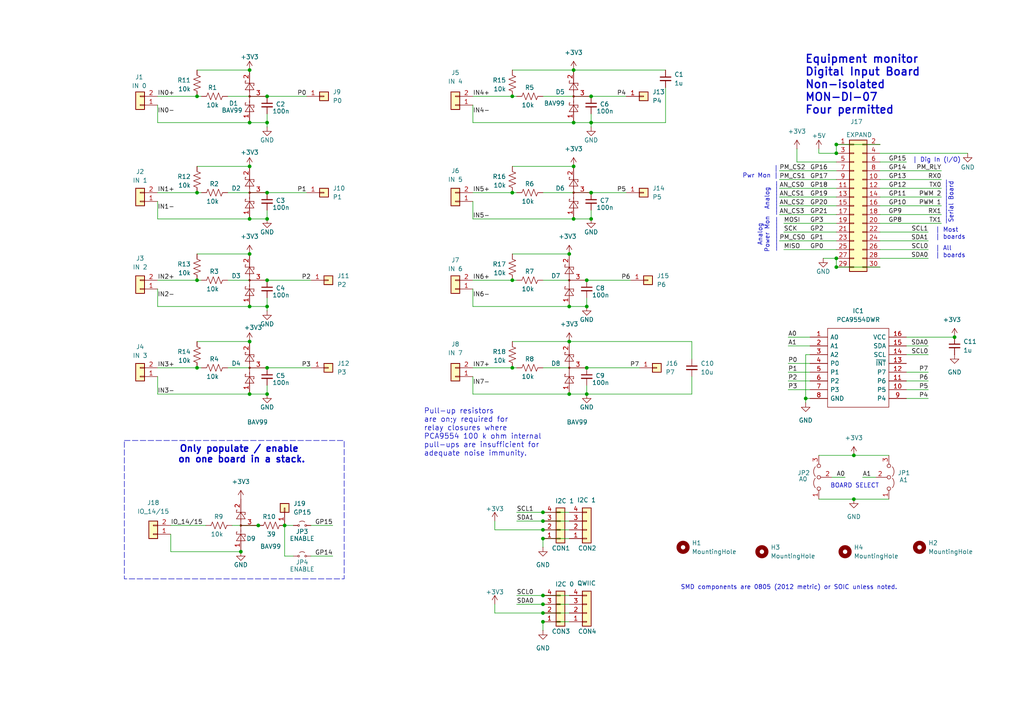
<source format=kicad_sch>
(kicad_sch (version 20250114) (generator "eeschema") (generator_version "9.0")
  (paper "A4")
  (rectangle (start 36.068 127.762) (end 99.822 167.894) (stroke (width 0) (type dash)))
  (text "    |\nPwr Mon |" (at 225.806 50.038 0) (effects (font (size 1.27 1.27)) (justify right)))
  (text "Analog\n__________" (at 223.52 57.658 90) (effects (font (size 1.27 1.27))))
  (text "BOARD SELECT" (at 247.904 140.97 0) (effects (font (size 1.27 1.27))))
  (text "SMD components are 0805 (2012 metric) or SOIC unless noted." (at 228.854 170.434 0) (effects (font (size 1.27 1.27))))
  (text "| Dig In (I/O)" (at 264.668 46.482 0) (effects (font (size 1.27 1.27)) (justify left)))
  (text "Only populate / enable \non one board in a stack." (at 70.104 131.826 0) (effects (font (size 1.905 1.905) (thickness 0.381) (bold yes))))
  (text "_____________\nSerial Board" (at 274.828 58.674 90) (effects (font (size 1.27 1.27))))
  (text "----------\nSerial Board" (at 446.786 63.754 90) (effects (font (size 1.27 1.27))))
  (text "Equipment monitor\nDigital Input Board \nNon-isolated\nMON-DI-07\nFour permitted" (at 233.426 24.638 0) (effects (font (size 2.286 2.286) (thickness 0.381) (bold yes)) (justify left)))
  (text "Analog\nPower Mon\n__________" (at 222.504 68.072 90) (effects (font (size 1.27 1.27))))
  (text "| All\n| boards" (at 271.272 73.152 0) (effects (font (size 1.27 1.27)) (justify left)))
  (text "| Most\n| boards" (at 271.272 67.818 0) (effects (font (size 1.27 1.27)) (justify left)))
  (text "Pull-up resistors \nare on;y required for\nrelay closures where\nPCA9554 100 k ohm internal \npull-ups are insufficient for \nadequate noise immunity." (at 122.936 125.476 0) (effects (font (size 1.524 1.524)) (justify left)))
  (text "Analog Boards\n-------" (at 387.35 64.008 90) (effects (font (size 1.27 1.27))))
  (junction (at 170.18 88.9))
  (junction (at 77.47 88.9))
  (junction (at 157.48 148.59))
  (junction (at 247.65 144.78))
  (junction (at 242.57 74.93))
  (junction (at 148.59 81.28))
  (junction (at 72.39 114.3))
  (junction (at 166.37 20.32))
  (junction (at 165.1 99.06))
  (junction (at 72.39 63.5))
  (junction (at 170.18 81.28))
  (junction (at 77.47 55.88))
  (junction (at 148.59 27.94))
  (junction (at 77.47 63.5))
  (junction (at 72.39 88.9))
  (junction (at 276.86 97.79))
  (junction (at 171.45 35.56))
  (junction (at 171.45 27.94))
  (junction (at 166.37 35.56))
  (junction (at 157.48 153.67))
  (junction (at 72.39 35.56))
  (junction (at 165.1 73.66))
  (junction (at 165.1 88.9))
  (junction (at 157.48 175.26))
  (junction (at 166.37 63.5))
  (junction (at 170.18 106.68))
  (junction (at 165.1 114.3))
  (junction (at 72.39 73.66))
  (junction (at 242.57 41.91))
  (junction (at 171.45 55.88))
  (junction (at 57.15 106.68))
  (junction (at 170.18 114.3))
  (junction (at 157.48 177.8))
  (junction (at 74.93 152.4))
  (junction (at 57.15 81.28))
  (junction (at 57.15 27.94))
  (junction (at 148.59 106.68))
  (junction (at 157.48 180.34))
  (junction (at 157.48 151.13))
  (junction (at 166.37 48.26))
  (junction (at 72.39 99.06))
  (junction (at 171.45 63.5))
  (junction (at 148.59 55.88))
  (junction (at 82.55 152.4))
  (junction (at 233.68 115.57))
  (junction (at 69.85 160.02))
  (junction (at 72.39 48.26))
  (junction (at 157.48 156.21))
  (junction (at 157.48 172.72))
  (junction (at 242.57 77.47))
  (junction (at 77.47 114.3))
  (junction (at 247.65 132.08))
  (junction (at 77.47 35.56))
  (junction (at 57.15 55.88))
  (junction (at 242.57 44.45))
  (junction (at 77.47 81.28))
  (junction (at 77.47 106.68))
  (junction (at 77.47 27.94))
  (junction (at 72.39 20.32))
  (wire (pts (xy 137.16 30.48) (xy 137.16 35.56)))
  (wire (pts (xy 227.33 72.39) (xy 242.57 72.39)))
  (wire (pts (xy 45.72 106.68) (xy 57.15 106.68)))
  (wire (pts (xy 165.1 148.59) (xy 157.48 148.59)))
  (wire (pts (xy 241.3 138.43) (xy 245.11 138.43)))
  (wire (pts (xy 226.06 59.69) (xy 242.57 59.69)))
  (wire (pts (xy 262.89 107.95) (xy 269.24 107.95)))
  (wire (pts (xy 421.64 78.74) (xy 429.26 78.74)))
  (wire (pts (xy 200.66 99.06) (xy 165.1 99.06)))
  (wire (pts (xy 242.57 77.47) (xy 255.27 77.47)))
  (wire (pts (xy 421.64 81.28) (xy 429.26 81.28)))
  (wire (pts (xy 165.1 180.34) (xy 157.48 180.34)))
  (wire (pts (xy 242.57 41.91) (xy 242.57 44.45)))
  (wire (pts (xy 255.27 44.45) (xy 280.67 44.45)))
  (wire (pts (xy 66.04 27.94) (xy 77.47 27.94)))
  (wire (pts (xy 45.72 114.3) (xy 72.39 114.3)))
  (wire (pts (xy 137.16 81.28) (xy 148.59 81.28)))
  (wire (pts (xy 392.43 78.74) (xy 408.94 78.74)))
  (wire (pts (xy 255.27 52.07) (xy 273.05 52.07)))
  (wire (pts (xy 72.39 88.9) (xy 77.47 88.9)))
  (wire (pts (xy 72.39 35.56) (xy 77.47 35.56)))
  (wire (pts (xy 401.32 76.2) (xy 408.94 76.2)))
  (wire (pts (xy 49.53 160.02) (xy 69.85 160.02)))
  (wire (pts (xy 148.59 81.28) (xy 149.86 81.28)))
  (wire (pts (xy 238.76 74.93) (xy 242.57 74.93)))
  (wire (pts (xy 57.15 99.06) (xy 72.39 99.06)))
  (wire (pts (xy 148.59 55.88) (xy 149.86 55.88)))
  (wire (pts (xy 421.64 60.96) (xy 444.5 60.96)))
  (wire (pts (xy 82.55 152.4) (xy 85.09 152.4)))
  (wire (pts (xy 255.27 69.85) (xy 269.24 69.85)))
  (wire (pts (xy 233.68 102.87) (xy 233.68 115.57)))
  (wire (pts (xy 262.89 110.49) (xy 269.24 110.49)))
  (wire (pts (xy 228.6 107.95) (xy 234.95 107.95)))
  (wire (pts (xy 45.72 88.9) (xy 72.39 88.9)))
  (wire (pts (xy 77.47 55.88) (xy 88.9 55.88)))
  (wire (pts (xy 137.16 55.88) (xy 148.59 55.88)))
  (wire (pts (xy 255.27 64.77) (xy 273.05 64.77)))
  (wire (pts (xy 242.57 74.93) (xy 242.57 77.47)))
  (wire (pts (xy 262.89 115.57) (xy 269.24 115.57)))
  (wire (pts (xy 77.47 33.02) (xy 77.47 35.56)))
  (wire (pts (xy 57.15 81.28) (xy 58.42 81.28)))
  (wire (pts (xy 247.65 132.08) (xy 257.81 132.08)))
  (wire (pts (xy 77.47 111.76) (xy 77.47 114.3)))
  (wire (pts (xy 392.43 73.66) (xy 408.94 73.66)))
  (wire (pts (xy 57.15 55.88) (xy 58.42 55.88)))
  (wire (pts (xy 226.06 54.61) (xy 242.57 54.61)))
  (wire (pts (xy 421.64 66.04) (xy 429.26 66.04)))
  (wire (pts (xy 262.89 97.79) (xy 276.86 97.79)))
  (wire (pts (xy 421.64 55.88) (xy 429.26 55.88)))
  (wire (pts (xy 421.64 58.42) (xy 444.5 58.42)))
  (wire (pts (xy 171.45 35.56) (xy 193.04 35.56)))
  (wire (pts (xy 148.59 106.68) (xy 149.86 106.68)))
  (wire (pts (xy 149.86 172.72) (xy 157.48 172.72)))
  (wire (pts (xy 234.95 102.87) (xy 233.68 102.87)))
  (wire (pts (xy 148.59 99.06) (xy 165.1 99.06)))
  (wire (pts (xy 397.51 49.53) (xy 397.51 53.34)))
  (wire (pts (xy 57.15 27.94) (xy 58.42 27.94)))
  (wire (pts (xy 237.49 144.78) (xy 247.65 144.78)))
  (wire (pts (xy 171.45 55.88) (xy 181.61 55.88)))
  (wire (pts (xy 77.47 27.94) (xy 88.9 27.94)))
  (wire (pts (xy 137.16 35.56) (xy 166.37 35.56)))
  (wire (pts (xy 226.06 69.85) (xy 242.57 69.85)))
  (wire (pts (xy 231.14 43.18) (xy 231.14 46.99)))
  (wire (pts (xy 157.48 106.68) (xy 170.18 106.68)))
  (wire (pts (xy 148.59 20.32) (xy 166.37 20.32)))
  (wire (pts (xy 45.72 30.48) (xy 45.72 35.56)))
  (wire (pts (xy 137.16 27.94) (xy 148.59 27.94)))
  (wire (pts (xy 228.6 110.49) (xy 234.95 110.49)))
  (wire (pts (xy 255.27 74.93) (xy 269.24 74.93)))
  (wire (pts (xy 227.33 64.77) (xy 242.57 64.77)))
  (wire (pts (xy 401.32 55.88) (xy 408.94 55.88)))
  (wire (pts (xy 171.45 60.96) (xy 171.45 63.5)))
  (wire (pts (xy 262.89 113.03) (xy 269.24 113.03)))
  (wire (pts (xy 233.68 116.84) (xy 233.68 115.57)))
  (wire (pts (xy 434.34 50.8) (xy 421.64 50.8)))
  (wire (pts (xy 157.48 156.21) (xy 157.48 158.75)))
  (wire (pts (xy 262.89 102.87) (xy 269.24 102.87)))
  (wire (pts (xy 165.1 172.72) (xy 157.48 172.72)))
  (wire (pts (xy 165.1 88.9) (xy 170.18 88.9)))
  (wire (pts (xy 262.89 100.33) (xy 269.24 100.33)))
  (wire (pts (xy 90.17 152.4) (xy 96.52 152.4)))
  (wire (pts (xy 165.1 153.67) (xy 157.48 153.67)))
  (wire (pts (xy 137.16 83.82) (xy 137.16 88.9)))
  (wire (pts (xy 228.6 105.41) (xy 234.95 105.41)))
  (wire (pts (xy 226.06 62.23) (xy 242.57 62.23)))
  (wire (pts (xy 66.04 106.68) (xy 77.47 106.68)))
  (wire (pts (xy 137.16 106.68) (xy 148.59 106.68)))
  (wire (pts (xy 67.31 152.4) (xy 74.93 152.4)))
  (wire (pts (xy 255.27 59.69) (xy 273.05 59.69)))
  (wire (pts (xy 72.39 114.3) (xy 77.47 114.3)))
  (wire (pts (xy 226.06 52.07) (xy 242.57 52.07)))
  (wire (pts (xy 255.27 72.39) (xy 269.24 72.39)))
  (wire (pts (xy 66.04 81.28) (xy 77.47 81.28)))
  (wire (pts (xy 193.04 25.4) (xy 193.04 35.56)))
  (wire (pts (xy 403.86 50.8) (xy 408.94 50.8)))
  (wire (pts (xy 170.18 81.28) (xy 182.88 81.28)))
  (wire (pts (xy 77.47 36.83) (xy 77.47 35.56)))
  (wire (pts (xy 143.51 175.26) (xy 143.51 177.8)))
  (wire (pts (xy 171.45 35.56) (xy 171.45 33.02)))
  (wire (pts (xy 57.15 20.32) (xy 72.39 20.32)))
  (wire (pts (xy 143.51 151.13) (xy 143.51 153.67)))
  (wire (pts (xy 166.37 63.5) (xy 171.45 63.5)))
  (wire (pts (xy 389.89 68.58) (xy 408.94 68.58)))
  (wire (pts (xy 421.64 63.5) (xy 429.26 63.5)))
  (wire (pts (xy 85.09 161.29) (xy 82.55 161.29)))
  (wire (pts (xy 171.45 36.83) (xy 171.45 35.56)))
  (wire (pts (xy 77.47 88.9) (xy 77.47 90.17)))
  (wire (pts (xy 143.51 153.67) (xy 157.48 153.67)))
  (wire (pts (xy 77.47 86.36) (xy 77.47 88.9)))
  (wire (pts (xy 45.72 83.82) (xy 45.72 88.9)))
  (wire (pts (xy 77.47 63.5) (xy 77.47 60.96)))
  (wire (pts (xy 255.27 54.61) (xy 273.05 54.61)))
  (wire (pts (xy 148.59 27.94) (xy 149.86 27.94)))
  (wire (pts (xy 157.48 175.26) (xy 165.1 175.26)))
  (wire (pts (xy 45.72 35.56) (xy 72.39 35.56)))
  (wire (pts (xy 200.66 109.22) (xy 200.66 114.3)))
  (wire (pts (xy 49.53 152.4) (xy 59.69 152.4)))
  (wire (pts (xy 255.27 57.15) (xy 273.05 57.15)))
  (wire (pts (xy 171.45 27.94) (xy 181.61 27.94)))
  (wire (pts (xy 137.16 114.3) (xy 165.1 114.3)))
  (wire (pts (xy 137.16 109.22) (xy 137.16 114.3)))
  (wire (pts (xy 149.86 151.13) (xy 157.48 151.13)))
  (wire (pts (xy 242.57 41.91) (xy 255.27 41.91)))
  (wire (pts (xy 392.43 71.12) (xy 408.94 71.12)))
  (wire (pts (xy 227.33 67.31) (xy 242.57 67.31)))
  (wire (pts (xy 149.86 148.59) (xy 157.48 148.59)))
  (wire (pts (xy 255.27 67.31) (xy 269.24 67.31)))
  (wire (pts (xy 45.72 109.22) (xy 45.72 114.3)))
  (wire (pts (xy 137.16 88.9) (xy 165.1 88.9)))
  (wire (pts (xy 237.49 132.08) (xy 247.65 132.08)))
  (wire (pts (xy 170.18 86.36) (xy 170.18 88.9)))
  (wire (pts (xy 255.27 46.99) (xy 262.89 46.99)))
  (wire (pts (xy 228.6 100.33) (xy 234.95 100.33)))
  (wire (pts (xy 165.1 156.21) (xy 157.48 156.21)))
  (wire (pts (xy 90.17 161.29) (xy 96.52 161.29)))
  (wire (pts (xy 77.47 106.68) (xy 90.17 106.68)))
  (wire (pts (xy 421.64 73.66) (xy 433.07 73.66)))
  (wire (pts (xy 165.1 114.3) (xy 170.18 114.3)))
  (wire (pts (xy 403.86 49.53) (xy 403.86 50.8)))
  (wire (pts (xy 77.47 81.28) (xy 90.17 81.28)))
  (wire (pts (xy 157.48 81.28) (xy 170.18 81.28)))
  (wire (pts (xy 389.89 66.04) (xy 408.94 66.04)))
  (wire (pts (xy 170.18 106.68) (xy 185.42 106.68)))
  (wire (pts (xy 66.04 55.88) (xy 77.47 55.88)))
  (wire (pts (xy 45.72 27.94) (xy 57.15 27.94)))
  (wire (pts (xy 247.65 144.78) (xy 257.81 144.78)))
  (wire (pts (xy 137.16 63.5) (xy 166.37 63.5)))
  (wire (pts (xy 45.72 58.42) (xy 45.72 63.5)))
  (wire (pts (xy 231.14 46.99) (xy 242.57 46.99)))
  (wire (pts (xy 45.72 63.5) (xy 72.39 63.5)))
  (wire (pts (xy 237.49 43.18) (xy 237.49 44.45)))
  (wire (pts (xy 255.27 62.23) (xy 273.05 62.23)))
  (wire (pts (xy 255.27 49.53) (xy 273.05 49.53)))
  (wire (pts (xy 157.48 180.34) (xy 157.48 182.88)))
  (wire (pts (xy 149.86 175.26) (xy 157.48 175.26)))
  (wire (pts (xy 170.18 114.3) (xy 200.66 114.3)))
  (wire (pts (xy 237.49 44.45) (xy 242.57 44.45)))
  (wire (pts (xy 148.59 73.66) (xy 165.1 73.66)))
  (wire (pts (xy 421.64 71.12) (xy 444.5 71.12)))
  (wire (pts (xy 397.51 53.34) (xy 408.94 53.34)))
  (wire (pts (xy 137.16 58.42) (xy 137.16 63.5)))
  (wire (pts (xy 49.53 154.94) (xy 49.53 160.02)))
  (wire (pts (xy 157.48 151.13) (xy 165.1 151.13)))
  (wire (pts (xy 157.48 27.94) (xy 171.45 27.94)))
  (wire (pts (xy 434.34 50.8) (xy 434.34 83.82)))
  (wire (pts (xy 157.48 55.88) (xy 171.45 55.88)))
  (wire (pts (xy 389.89 63.5) (xy 408.94 63.5)))
  (wire (pts (xy 57.15 48.26) (xy 72.39 48.26)))
  (wire (pts (xy 233.68 115.57) (xy 234.95 115.57)))
  (wire (pts (xy 148.59 48.26) (xy 166.37 48.26)))
  (wire (pts (xy 170.18 111.76) (xy 170.18 114.3)))
  (wire (pts (xy 403.86 81.28) (xy 408.94 81.28)))
  (wire (pts (xy 228.6 113.03) (xy 234.95 113.03)))
  (wire (pts (xy 143.51 177.8) (xy 157.48 177.8)))
  (wire (pts (xy 200.66 104.14) (xy 200.66 99.06)))
  (wire (pts (xy 228.6 97.79) (xy 234.95 97.79)))
  (wire (pts (xy 389.89 60.96) (xy 408.94 60.96)))
  (wire (pts (xy 57.15 106.68) (xy 58.42 106.68)))
  (wire (pts (xy 401.32 58.42) (xy 408.94 58.42)))
  (wire (pts (xy 45.72 81.28) (xy 57.15 81.28)))
  (wire (pts (xy 421.64 53.34) (xy 429.26 53.34)))
  (wire (pts (xy 250.19 138.43) (xy 254 138.43)))
  (wire (pts (xy 166.37 35.56) (xy 171.45 35.56)))
  (wire (pts (xy 82.55 161.29) (xy 82.55 152.4)))
  (wire (pts (xy 226.06 49.53) (xy 242.57 49.53)))
  (wire (pts (xy 165.1 177.8) (xy 157.48 177.8)))
  (wire (pts (xy 45.72 55.88) (xy 57.15 55.88)))
  (wire (pts (xy 57.15 73.66) (xy 72.39 73.66)))
  (wire (pts (xy 166.37 20.32) (xy 193.04 20.32)))
  (wire (pts (xy 421.64 76.2) (xy 433.07 76.2)))
  (wire (pts (xy 421.64 68.58) (xy 444.5 68.58)))
  (wire (pts (xy 72.39 63.5) (xy 77.47 63.5)))
  (wire (pts (xy 226.06 57.15) (xy 242.57 57.15)))
  (label "GP8" (at 429.26 71.12 180))
  (label "TX0" (at 273.05 54.61 180))
  (label "P3" (at 228.6 113.03 0))
  (label "GP20" (at 234.95 59.69 0))
  (label "GP17" (at 234.95 52.07 0))
  (label "GP18" (at 234.95 54.61 0))
  (label "PM_CS2" (at 226.06 49.53 0))
  (label "GP17" (at 401.32 58.42 0))
  (label "RX0" (at 273.05 52.07 180))
  (label "GP2" (at 234.95 67.31 0))
  (label "GP9" (at 261.62 62.23 180))
  (label "IN1-" (at 45.72 60.96 0))
  (label "TX1" (at 273.05 64.77 180))
  (label "GP14" (at 96.52 161.29 180))
  (label "P1" (at 88.9 55.88 180))
  (label "PM_RLY" (at 273.05 49.53 180))
  (label "GP12" (at 262.89 54.61 180))
  (label "GP10" (at 262.89 59.69 180))
  (label "GP19" (at 401.32 63.5 0))
  (label "GP14" (at 429.26 55.88 180))
  (label "SCL1" (at 269.24 67.31 180))
  (label "IN2+" (at 45.72 81.28 0))
  (label "SDA" (at 429.26 81.28 180))
  (label "IO_14{slash}15" (at 49.53 152.4 0))
  (label "SCL1" (at 433.07 73.66 180))
  (label "MOSI" (at 392.43 71.12 0))
  (label "TX1" (at 444.5 71.12 180))
  (label "IN5-" (at 137.16 63.5 0))
  (label "IN7+" (at 137.16 106.68 0))
  (label "P0" (at 228.6 105.41 0))
  (label "SDA1" (at 149.86 151.13 0))
  (label "IN7-" (at 137.16 111.76 0))
  (label "IN4-" (at 137.16 33.02 0))
  (label "SCL0" (at 269.24 72.39 180))
  (label "SCL0" (at 269.24 102.87 180))
  (label "P6" (at 182.88 81.28 180))
  (label "IN6-" (at 137.16 86.36 0))
  (label "P4" (at 181.61 27.94 180))
  (label "PM_CS0" (at 226.06 69.85 0))
  (label "GP13" (at 429.26 58.42 180))
  (label "GP0" (at 234.95 72.39 0))
  (label "IN2-" (at 45.72 86.36 0))
  (label "P1" (at 228.6 107.95 0))
  (label "GP19" (at 234.95 57.15 0))
  (label "P5" (at 269.24 113.03 180))
  (label "SEL3" (at 389.89 68.58 0))
  (label "GP8" (at 261.62 64.77 180))
  (label "SCL" (at 429.26 78.74 180))
  (label "GP9" (at 429.26 68.58 180))
  (label "GP20" (at 401.32 66.04 0))
  (label "GP15" (at 429.26 53.34 180))
  (label "PWM 2" (at 273.05 57.15 180))
  (label "GP7" (at 426.72 73.66 180))
  (label "SEL2" (at 389.89 66.04 0))
  (label "SCK" (at 227.33 67.31 0))
  (label "IN3+" (at 45.72 106.68 0))
  (label "GP16" (at 401.32 55.88 0))
  (label "GP3" (at 401.32 71.12 0))
  (label "PWM 1" (at 273.05 59.69 180))
  (label "A1" (at 228.6 100.33 0))
  (label "AN_CS0" (at 226.06 54.61 0))
  (label "P3" (at 90.17 106.68 180))
  (label "GP16" (at 234.95 49.53 0))
  (label "SCK" (at 392.43 73.66 0))
  (label "GP21" (at 234.95 62.23 0))
  (label "IN4+" (at 137.16 27.94 0))
  (label "P5" (at 181.61 55.88 180))
  (label "GP15" (at 96.52 152.4 180))
  (label "GP1" (at 401.32 76.2 0))
  (label "GP15" (at 262.89 46.99 180))
  (label "GP21" (at 401.32 68.58 0))
  (label "IN1+" (at 45.72 55.88 0))
  (label "SEL0" (at 389.89 60.96 0))
  (label "SCL0" (at 149.86 172.72 0))
  (label "GP11" (at 262.89 57.15 180))
  (label "AN_CS1" (at 226.06 57.15 0))
  (label "IN3-" (at 45.72 114.3 0))
  (label "GP18" (at 401.32 60.96 0))
  (label "RX0" (at 444.5 58.42 180))
  (label "PM_CS1" (at 226.06 52.07 0))
  (label "P4" (at 269.24 115.57 180))
  (label "AN_CS2" (at 226.06 59.69 0))
  (label "MISO" (at 392.43 78.74 0))
  (label "RX1" (at 444.5 68.58 180))
  (label "IN0-" (at 45.72 33.02 0))
  (label "A0" (at 245.11 138.43 180))
  (label "P7" (at 269.24 107.95 180))
  (label "P0" (at 88.9 27.94 180))
  (label "GP0" (at 401.32 78.74 0))
  (label "SDA1" (at 269.24 69.85 180))
  (label "P2" (at 228.6 110.49 0))
  (label "SEL1" (at 389.89 63.5 0))
  (label "GP13" (at 262.89 52.07 180))
  (label "SCL1" (at 149.86 148.59 0))
  (label "GP2" (at 401.32 73.66 0))
  (label "GP6" (at 426.72 76.2 180))
  (label "IN6+" (at 137.16 81.28 0))
  (label "SDA0" (at 269.24 100.33 180))
  (label "IN5+" (at 137.16 55.88 0))
  (label "IN0+" (at 45.72 27.94 0))
  (label "P7" (at 185.42 106.68 180))
  (label "P2" (at 90.17 81.28 180))
  (label "MOSI" (at 227.33 64.77 0))
  (label "TX0" (at 444.5 60.96 180))
  (label "P6" (at 269.24 110.49 180))
  (label "A1" (at 250.19 138.43 0))
  (label "GP3" (at 234.95 64.77 0))
  (label "AN_CS3" (at 226.06 62.23 0))
  (label "GP10" (at 429.26 66.04 180))
  (label "RX1" (at 273.05 62.23 180))
  (label "GP14" (at 262.89 49.53 180))
  (label "MISO" (at 227.33 72.39 0))
  (label "GP1" (at 234.95 69.85 0))
  (label "GP12" (at 429.26 60.96 180))
  (label "SDA0" (at 269.24 74.93 180))
  (label "SDA0" (at 149.86 175.26 0))
  (label "SDA1" (at 433.07 76.2 180))
  (label "GP11" (at 429.26 63.5 180))
  (label "A0" (at 228.6 97.79 0))
  (symbol (lib_id "Mechanical:MountingHole") (at 220.98 160.02 0) (unit 1) (exclude_from_sim yes)
    (property "Reference" "H3" (at 223.52 158.7499 0) (effects (justify left)))
    (property "Value" "MountingHole" (at 223.52 161.2899 0) (effects (justify left)))
    (property "Footprint" "RP:MountingHole_3.5mm_no_fill" (effects (hide yes)))
    (property "Description" "Mounting Hole without connection" (effects (hide yes)))
  )
  (symbol (lib_id "power:+3V3") (at 69.85 144.78 0) (unit 1)
    (property "Reference" "#PWR029" (effects (hide yes)))
    (property "Value" "+3V3" (at 69.85 139.7 0))
    (property "Description" "Power symbol creates a global label with name \"+3V3\"" (effects (hide yes)))
  )
  (symbol (lib_id "power:GND") (at 77.47 63.5 0) (unit 1)
    (property "Reference" "#PWR012" (effects (hide yes)))
    (property "Value" "GND" (at 77.47 67.31 0))
  )
  (symbol (lib_id "power:+3V3") (at 247.65 132.08 0) (unit 1)
    (property "Reference" "#PWR028" (effects (hide yes)))
    (property "Value" "+3V3" (at 247.65 127 0))
    (property "Description" "Power symbol creates a global label with name \"+3V3\"" (effects (hide yes)))
  )
  (symbol (lib_id "Connector_Generic:Conn_01x02") (at 132.08 83.82 180) (unit 1)
    (property "Reference" "J7" (at 132.08 75.438 0))
    (property "Value" "IN 6" (at 132.08 77.978 0))
    (property "Footprint" "RP:K2EDG" (effects (hide yes)))
    (property "Description" "Generic connector, single row, 01x02, script generated (kicad-library-utils/schlib/autogen/connector/)" (effects (hide yes)))
    (property "Description_1" "Pluggable Terminal Blocks 2P 3.81MM HDR RA PLUGGABLE TERM BLK" (effects (hide yes)))
    (property "Height" "7.5" (effects (hide yes)))
    (property "Mouser Part Number" "649-220110-D021A01LF" (effects (hide yes)))
    (property "Mouser Price/Stock" "https://www.mouser.co.uk/ProductDetail/Amphenol-Anytek/OQ0232510000G?qs=Mv7BduZupUhls3kYL4ZmhA%3D%3D" (effects (hide yes)))
    (property "Manufacturer_Name" "Amphenol" (effects (hide yes)))
    (property "Manufacturer_Part_Number" "OQ0232510000G" (effects (hide yes)))
  )
  (symbol (lib_id "Connector_Generic:Conn_01x02") (at 40.64 83.82 180) (unit 1)
    (property "Reference" "J3" (at 40.64 74.93 0))
    (property "Value" "IN 2" (at 40.64 77.47 0))
    (property "Footprint" "RP:K2EDG" (effects (hide yes)))
    (property "Description" "Generic connector, single row, 01x02, script generated (kicad-library-utils/schlib/autogen/connector/)" (effects (hide yes)))
    (property "Description_1" "Pluggable Terminal Blocks 2P 3.81MM HDR RA PLUGGABLE TERM BLK" (effects (hide yes)))
    (property "Height" "7.5" (effects (hide yes)))
    (property "Mouser Part Number" "649-220110-D021A01LF" (effects (hide yes)))
    (property "Mouser Price/Stock" "https://www.mouser.co.uk/ProductDetail/Amphenol-Anytek/OQ0232510000G?qs=Mv7BduZupUhls3kYL4ZmhA%3D%3D" (effects (hide yes)))
    (property "Manufacturer_Name" "Amphenol" (effects (hide yes)))
    (property "Manufacturer_Part_Number" "OQ0232510000G" (effects (hide yes)))
  )
  (symbol (lib_id "Device:C_Small") (at 276.86 100.33 0) (unit 1)
    (property "Reference" "C11" (at 279.4 99.0662 0) (effects (justify left)))
    (property "Value" "1u" (at 279.4 101.6062 0) (effects (justify left)))
    (property "Footprint" "Capacitor_SMD:C_0805_2012Metric_Pad1.18x1.45mm_HandSolder" (effects (hide yes)))
    (property "Description" "Unpolarized capacitor, small symbol" (effects (hide yes)))
  )
  (symbol (lib_id "power:GND") (at 247.65 144.78 0) (unit 1)
    (property "Reference" "#PWR030" (effects (hide yes)))
    (property "Value" "GND" (at 247.65 149.86 0))
    (property "Description" "Power symbol creates a global label with name \"GND\" , ground" (effects (hide yes)))
  )
  (symbol (lib_id "Connector_Generic:Conn_01x01") (at 190.5 106.68 0) (unit 1)
    (property "Reference" "J16" (at 193.04 105.4099 0) (effects (justify left)))
    (property "Value" "P7" (at 193.04 107.9499 0) (effects (justify left)))
    (property "Footprint" "Connector_PinHeader_2.54mm:PinHeader_1x01_P2.54mm_Vertical" (effects (hide yes)))
    (property "Description" "Generic connector, single row, 01x01, script generated (kicad-library-utils/schlib/autogen/connector/)" (effects (hide yes)))
  )
  (symbol (lib_id "Device:R_US") (at 78.74 152.4 270) (unit 1)
    (property "Reference" "R10" (at 80.01 149.86 90) (effects (justify right)))
    (property "Value" "39" (at 80.01 154.94 90) (effects (justify right)))
    (property "Footprint" "Resistor_SMD:R_0805_2012Metric_Pad1.20x1.40mm_HandSolder" (effects (hide yes)))
  )
  (symbol (lib_id "Device:R_US") (at 62.23 106.68 270) (unit 1)
    (property "Reference" "R4" (at 63.5 104.14 90) (effects (justify right)))
    (property "Value" "10k" (at 63.5 109.22 90) (effects (justify right)))
    (property "Footprint" "Resistor_SMD:R_0805_2012Metric_Pad1.20x1.40mm_HandSolder" (effects (hide yes)))
  )
  (symbol (lib_id "power:GND") (at 157.48 182.88 0) (unit 1)
    (property "Reference" "#PWR035" (effects (hide yes)))
    (property "Value" "GND" (at 157.48 187.96 0))
    (property "Description" "Power symbol creates a global label with name \"GND\" , ground" (effects (hide yes)))
  )
  (symbol (lib_id "power:GND") (at 434.34 83.82 0) (unit 1)
    (property "Reference" "#PWR018" (effects (hide yes)))
    (property "Value" "GND" (at 434.34 88.9 0))
    (property "Description" "Power symbol creates a global label with name \"GND\" , ground" (effects (hide yes)))
  )
  (symbol (lib_id "power:+3V3") (at 72.39 73.66 0) (unit 1)
    (property "Reference" "#PWR014" (effects (hide yes)))
    (property "Value" "+3V3" (at 72.39 68.58 0))
    (property "Description" "Power symbol creates a global label with name \"+3V3\"" (effects (hide yes)))
  )
  (symbol (lib_id "power:+3V3") (at 143.51 175.26 0) (unit 1)
    (property "Reference" "#PWR034" (effects (hide yes)))
    (property "Value" "+3V3" (at 143.51 171.704 0))
    (property "Description" "Power symbol creates a global label with name \"+3V3\"" (effects (hide yes)))
  )
  (symbol (lib_id "power:+3V3") (at 72.39 20.32 0) (unit 1)
    (property "Reference" "#PWR01" (effects (hide yes)))
    (property "Value" "+3V3" (at 72.39 16.51 0))
    (property "Description" "Power symbol creates a global label with name \"+3V3\"" (effects (hide yes)))
  )
  (symbol (lib_id "power:GND") (at 238.76 74.93 0) (unit 1)
    (property "Reference" "#PWR016" (effects (hide yes)))
    (property "Value" "GND" (at 238.76 78.74 0))
    (property "Description" "Power symbol creates a global label with name \"GND\" , ground" (effects (hide yes)))
  )
  (symbol (lib_id "Connector_Generic:Conn_01x02") (at 132.08 109.22 180) (unit 1)
    (property "Reference" "J8" (at 132.08 99.822 0))
    (property "Value" "IN 7" (at 132.08 102.362 0))
    (property "Footprint" "RP:K2EDG" (effects (hide yes)))
    (property "Description" "Generic connector, single row, 01x02, script generated (kicad-library-utils/schlib/autogen/connector/)" (effects (hide yes)))
    (property "Description_1" "Pluggable Terminal Blocks 2P 3.81MM HDR RA PLUGGABLE TERM BLK" (effects (hide yes)))
    (property "Height" "7.5" (effects (hide yes)))
    (property "Mouser Part Number" "649-220110-D021A01LF" (effects (hide yes)))
    (property "Mouser Price/Stock" "https://www.mouser.co.uk/ProductDetail/Amphenol-Anytek/OQ0232510000G?qs=Mv7BduZupUhls3kYL4ZmhA%3D%3D" (effects (hide yes)))
    (property "Manufacturer_Name" "Amphenol" (effects (hide yes)))
    (property "Manufacturer_Part_Number" "OQ0232510000G" (effects (hide yes)))
  )
  (symbol (lib_id "power:GND") (at 170.18 114.3 0) (unit 1)
    (property "Reference" "#PWR026" (effects (hide yes)))
    (property "Value" "GND" (at 170.18 118.11 0))
  )
  (symbol (lib_id "power:+5V") (at 403.86 49.53 0) (unit 1)
    (property "Reference" "#PWR011" (effects (hide yes)))
    (property "Value" "+5V" (at 403.86 44.45 0))
    (property "Description" "Power symbol creates a global label with name \"+5V\"" (effects (hide yes)))
  )
  (symbol (lib_id "Device:R_US") (at 148.59 24.13 0) (unit 1)
    (property "Reference" "R15" (at 146.774 23.2767 0) (effects (justify right)))
    (property "Value" "10k" (at 146.774 25.8167 0) (effects (justify right)))
    (property "Footprint" "Resistor_SMD:R_0805_2012Metric_Pad1.20x1.40mm_HandSolder" (effects (hide yes)))
  )
  (symbol (lib_id "Connector_Generic:Conn_01x04") (at 170.18 177.8 0) (mirror x) (unit 1)
    (property "Reference" "CON4" (at 167.64 183.134 0) (effects (justify left)))
    (property "Value" "QWIIC" (at 167.386 169.164 0) (effects (justify left)))
    (property "Footprint" "RP:JST_SH_SM04B-SRSS-TB_1x04-1MP_P1.00mm_Horizontal_wide_MP" (effects (hide yes)))
    (property "Description" "Generic connector, single row, 01x04, script generated (kicad-library-utils/schlib/autogen/connector/)" (effects (hide yes)))
  )
  (symbol (lib_id "Connector_Generic:Conn_01x01") (at 95.25 81.28 0) (unit 1)
    (property "Reference" "J11" (at 97.79 80.0099 0) (effects (justify left)))
    (property "Value" "P2" (at 97.79 82.5499 0) (effects (justify left)))
    (property "Footprint" "Connector_PinHeader_2.54mm:PinHeader_1x01_P2.54mm_Vertical" (effects (hide yes)))
    (property "Description" "Generic connector, single row, 01x01, script generated (kicad-library-utils/schlib/autogen/connector/)" (effects (hide yes)))
  )
  (symbol (lib_id "Device:R_US") (at 148.59 77.47 0) (unit 1)
    (property "Reference" "R17" (at 146.774 76.6167 0) (effects (justify right)))
    (property "Value" "10k" (at 146.774 79.1567 0) (effects (justify right)))
    (property "Footprint" "Resistor_SMD:R_0805_2012Metric_Pad1.20x1.40mm_HandSolder" (effects (hide yes)))
  )
  (symbol (lib_id "Device:R_US") (at 153.67 55.88 270) (unit 1)
    (property "Reference" "R6" (at 154.94 53.34 90) (effects (justify right)))
    (property "Value" "10k" (at 154.94 58.42 90) (effects (justify right)))
    (property "Footprint" "Resistor_SMD:R_0805_2012Metric_Pad1.20x1.40mm_HandSolder" (effects (hide yes)))
  )
  (symbol (lib_id "power:GND") (at 171.45 36.83 0) (unit 1)
    (property "Reference" "#PWR04" (effects (hide yes)))
    (property "Value" "GND" (at 171.45 40.64 0))
  )
  (symbol (lib_id "power:GND") (at 170.18 88.9 0) (unit 1)
    (property "Reference" "#PWR019" (effects (hide yes)))
    (property "Value" "GND" (at 170.18 92.71 0))
  )
  (symbol (lib_id "Device:R_US") (at 62.23 27.94 270) (unit 1)
    (property "Reference" "R1" (at 62.992 25.4 90) (effects (justify right)))
    (property "Value" "10k" (at 63.5 30.48 90) (effects (justify right)))
    (property "Footprint" "Resistor_SMD:R_0805_2012Metric_Pad1.20x1.40mm_HandSolder" (effects (hide yes)))
  )
  (symbol (lib_id "Diode:BAS40-04") (at 72.39 152.4 90) (unit 1)
    (property "Reference" "D9" (at 74.168 156.21 90) (effects (justify left)))
    (property "Value" "BAV99" (at 81.534 158.496 90) (effects (justify left)))
    (property "Footprint" "Package_TO_SOT_SMD:SOT-23" (effects (hide yes)))
    (property "Datasheet" "http://www.vishay.com/docs/85701/bas40v.pdf" (effects (hide yes)))
    (property "Description" "40V 0.2A Dual Small Signal Schottky Diodes" (effects (hide yes)))
  )
  (symbol (lib_id "Connector_Generic:Conn_01x02") (at 40.64 30.48 180) (unit 1)
    (property "Reference" "J1" (at 40.386 22.352 0))
    (property "Value" "IN 0" (at 40.386 24.892 0))
    (property "Footprint" "RP:K2EDG" (effects (hide yes)))
    (property "Description" "Generic connector, single row, 01x02, script generated (kicad-library-utils/schlib/autogen/connector/)" (effects (hide yes)))
    (property "Description_1" "Pluggable Terminal Blocks 2P 3.81MM HDR RA PLUGGABLE TERM BLK" (effects (hide yes)))
    (property "Height" "7.5" (effects (hide yes)))
    (property "Mouser Part Number" "649-220110-D021A01LF" (effects (hide yes)))
    (property "Mouser Price/Stock" "https://www.mouser.co.uk/ProductDetail/Amphenol-Anytek/OQ0232510000G?qs=Mv7BduZupUhls3kYL4ZmhA%3D%3D" (effects (hide yes)))
    (property "Manufacturer_Name" "Amphenol" (effects (hide yes)))
    (property "Manufacturer_Part_Number" "OQ0232510000G" (effects (hide yes)))
  )
  (symbol (lib_id "Diode:BAS40-04") (at 168.91 55.88 90) (unit 1)
    (property "Reference" "D6" (at 163.83 54.6099 90) (effects (justify left)))
    (property "Value" "BAV99" (effects (hide yes)))
    (property "Footprint" "Package_TO_SOT_SMD:SOT-23" (effects (hide yes)))
    (property "Datasheet" "http://www.vishay.com/docs/85701/bas40v.pdf" (effects (hide yes)))
    (property "Description" "40V 0.2A Dual Small Signal Schottky Diodes" (effects (hide yes)))
  )
  (symbol (lib_id "Device:R_US") (at 63.5 152.4 270) (unit 1)
    (property "Reference" "R9" (at 64.77 149.86 90) (effects (justify right)))
    (property "Value" "10k" (at 64.77 154.94 90) (effects (justify right)))
    (property "Footprint" "Resistor_SMD:R_0805_2012Metric_Pad1.20x1.40mm_HandSolder" (effects (hide yes)))
  )
  (symbol (lib_id "Device:C_Small") (at 77.47 83.82 0) (unit 1)
    (property "Reference" "C4" (at 80.01 83.566 0) (effects (justify left)))
    (property "Value" "100n" (at 78.994 85.598 0) (effects (justify left)))
    (property "Footprint" "Capacitor_SMD:C_0805_2012Metric_Pad1.18x1.45mm_HandSolder" (effects (hide yes)))
    (property "Description" "Unpolarized capacitor, small symbol" (effects (hide yes)))
  )
  (symbol (lib_id "Device:C_Small") (at 77.47 109.22 0) (unit 1)
    (property "Reference" "C5" (at 80.01 108.966 0) (effects (justify left)))
    (property "Value" "100n" (at 78.994 110.998 0) (effects (justify left)))
    (property "Footprint" "Capacitor_SMD:C_0805_2012Metric_Pad1.18x1.45mm_HandSolder" (effects (hide yes)))
    (property "Description" "Unpolarized capacitor, small symbol" (effects (hide yes)))
  )
  (symbol (lib_id "power:+3V3") (at 72.39 48.26 0) (unit 1)
    (property "Reference" "#PWR08" (effects (hide yes)))
    (property "Value" "+3V3" (at 72.39 44.196 0))
    (property "Description" "Power symbol creates a global label with name \"+3V3\"" (effects (hide yes)))
  )
  (symbol (lib_id "Mechanical:MountingHole") (at 198.12 158.75 0) (unit 1) (exclude_from_sim yes)
    (property "Reference" "H1" (at 200.66 157.4799 0) (effects (justify left)))
    (property "Value" "MountingHole" (at 200.66 160.0199 0) (effects (justify left)))
    (property "Footprint" "RP:MountingHole_3.5mm_no_fill" (effects (hide yes)))
    (property "Description" "Mounting Hole without connection" (effects (hide yes)))
  )
  (symbol (lib_id "power:GND") (at 77.47 90.17 0) (unit 1)
    (property "Reference" "#PWR020" (effects (hide yes)))
    (property "Value" "GND" (at 77.47 93.98 0))
  )
  (symbol (lib_id "Connector_Generic:Conn_01x01") (at 186.69 27.94 0) (unit 1)
    (property "Reference" "J13" (at 189.23 26.6699 0) (effects (justify left)))
    (property "Value" "P4" (at 189.23 29.2099 0) (effects (justify left)))
    (property "Footprint" "Connector_PinHeader_2.54mm:PinHeader_1x01_P2.54mm_Vertical" (effects (hide yes)))
    (property "Description" "Generic connector, single row, 01x01, script generated (kicad-library-utils/schlib/autogen/connector/)" (effects (hide yes)))
  )
  (symbol (lib_id "Connector_Generic:Conn_01x01") (at 186.69 55.88 0) (unit 1)
    (property "Reference" "J14" (at 189.23 54.6099 0) (effects (justify left)))
    (property "Value" "P5" (at 189.23 57.1499 0) (effects (justify left)))
    (property "Footprint" "Connector_PinHeader_2.54mm:PinHeader_1x01_P2.54mm_Vertical" (effects (hide yes)))
    (property "Description" "Generic connector, single row, 01x01, script generated (kicad-library-utils/schlib/autogen/connector/)" (effects (hide yes)))
  )
  (symbol (lib_id "Connector_Generic:Conn_01x01") (at 93.98 27.94 0) (unit 1)
    (property "Reference" "J9" (at 96.52 26.6699 0) (effects (justify left)))
    (property "Value" "P0" (at 96.52 29.2099 0) (effects (justify left)))
    (property "Footprint" "Connector_PinHeader_2.54mm:PinHeader_1x01_P2.54mm_Vertical" (effects (hide yes)))
    (property "Description" "Generic connector, single row, 01x01, script generated (kicad-library-utils/schlib/autogen/connector/)" (effects (hide yes)))
  )
  (symbol (lib_id "Diode:BAS40-04") (at 74.93 106.68 90) (unit 1)
    (property "Reference" "D4" (at 69.85 105.4099 90) (effects (justify left)))
    (property "Value" "BAV99" (at 77.724 122.428 90) (effects (justify left)))
    (property "Footprint" "Package_TO_SOT_SMD:SOT-23" (effects (hide yes)))
    (property "Datasheet" "http://www.vishay.com/docs/85701/bas40v.pdf" (effects (hide yes)))
    (property "Description" "40V 0.2A Dual Small Signal Schottky Diodes" (effects (hide yes)))
  )
  (symbol (lib_id "Jumper:Jumper_2_Small_Open") (at 87.63 152.4 0) (unit 1) (exclude_from_sim yes)
    (property "Reference" "JP3" (at 87.63 154.178 0))
    (property "Value" "ENABLE" (at 87.63 156.21 0))
    (property "Footprint" "Jumper:SolderJumper-2_P1.3mm_Open_RoundedPad1.0x1.5mm" (effects (hide yes)))
    (property "Description" "Jumper, 2-pole, small symbol, open" (effects (hide yes)))
  )
  (symbol (lib_id "Device:R_US") (at 153.67 81.28 270) (unit 1)
    (property "Reference" "R7" (at 154.94 78.74 90) (effects (justify right)))
    (property "Value" "10k" (at 154.94 83.82 90) (effects (justify right)))
    (property "Footprint" "Resistor_SMD:R_0805_2012Metric_Pad1.20x1.40mm_HandSolder" (effects (hide yes)))
  )
  (symbol (lib_id "Connector_Generic:Conn_01x01") (at 93.98 55.88 0) (unit 1)
    (property "Reference" "J10" (at 96.52 54.6099 0) (effects (justify left)))
    (property "Value" "P1" (at 96.52 57.1499 0) (effects (justify left)))
    (property "Footprint" "Connector_PinHeader_2.54mm:PinHeader_1x01_P2.54mm_Vertical" (effects (hide yes)))
    (property "Description" "Generic connector, single row, 01x01, script generated (kicad-library-utils/schlib/autogen/connector/)" (effects (hide yes)))
  )
  (symbol (lib_id "power:GND") (at 69.85 160.02 0) (unit 1)
    (property "Reference" "#PWR033" (effects (hide yes)))
    (property "Value" "GND" (at 69.85 163.83 0))
  )
  (symbol (lib_id "power:+3V3") (at 231.14 43.18 0) (unit 1)
    (property "Reference" "#PWR05" (effects (hide yes)))
    (property "Value" "+3V3" (at 231.14 38.1 0))
    (property "Description" "Power symbol creates a global label with name \"+3V3\"" (effects (hide yes)))
  )
  (symbol (lib_id "Device:R_US") (at 148.59 102.87 0) (unit 1)
    (property "Reference" "R18" (at 146.774 102.0167 0) (effects (justify right)))
    (property "Value" "10k" (at 146.774 104.5567 0) (effects (justify right)))
    (property "Footprint" "Resistor_SMD:R_0805_2012Metric_Pad1.20x1.40mm_HandSolder" (effects (hide yes)))
  )
  (symbol (lib_id "Device:R_US") (at 57.15 24.13 0) (unit 1)
    (property "Reference" "R11" (at 55.334 23.2767 0) (effects (justify right)))
    (property "Value" "10k" (at 55.334 25.8167 0) (effects (justify right)))
    (property "Footprint" "Resistor_SMD:R_0805_2012Metric_Pad1.20x1.40mm_HandSolder" (effects (hide yes)))
  )
  (symbol (lib_id "Device:R_US") (at 57.15 52.07 0) (unit 1)
    (property "Reference" "R12" (at 55.334 51.2167 0) (effects (justify right)))
    (property "Value" "10k" (at 55.334 53.7567 0) (effects (justify right)))
    (property "Footprint" "Resistor_SMD:R_0805_2012Metric_Pad1.20x1.40mm_HandSolder" (effects (hide yes)))
  )
  (symbol (lib_id "power:+3V3") (at 165.1 73.66 0) (unit 1)
    (property "Reference" "#PWR015" (effects (hide yes)))
    (property "Value" "+3V3" (at 164.592 68.58 0))
    (property "Description" "Power symbol creates a global label with name \"+3V3\"" (effects (hide yes)))
  )
  (symbol (lib_id "Connector_Generic:Conn_01x04") (at 162.56 177.8 0) (mirror x) (unit 1)
    (property "Reference" "CON3" (at 160.02 183.134 0) (effects (justify left)))
    (property "Value" "I2C 0" (at 161.036 169.418 0) (effects (justify left)))
    (property "Footprint" "Connector_PinSocket_2.54mm:PinSocket_1x04_P2.54mm_Vertical" (effects (hide yes)))
    (property "Description" "Generic connector, single row, 01x04, script generated (kicad-library-utils/schlib/autogen/connector/)" (effects (hide yes)))
  )
  (symbol (lib_id "power:GND") (at 77.47 36.83 0) (unit 1)
    (property "Reference" "#PWR03" (effects (hide yes)))
    (property "Value" "GND" (at 77.47 40.64 0))
  )
  (symbol (lib_id "SamacSys_Parts:PCA9534DWR") (at 234.95 97.79 0) (unit 1)
    (property "Reference" "IC1" (at 248.92 90.17 0))
    (property "Value" "PCA9554DWR" (at 248.92 92.71 0))
    (property "Footprint" "SamacSys_Parts:SOIC127P1030X265-16N" (effects (hide yes)))
    (property "Datasheet" "http://www.ti.com/lit/gpn/pca9534" (effects (hide yes)))
    (property "Description" "Remote 8-Bit I2C and Low-Power I/O Expander With Interrupt Output and Configuration Registers" (effects (hide yes)))
    (property "Description_1" "Remote 8-Bit I2C and Low-Power I/O Expander With Interrupt Output and Configuration Registers" (effects (hide yes)))
    (property "Height" "2.65" (effects (hide yes)))
    (property "Mouser Part Number" "595-PCA9534DWR" (effects (hide yes)))
    (property "Mouser Price/Stock" "https://www.mouser.co.uk/ProductDetail/Texas-Instruments/PCA9534DWR?qs=iSMark9AYDWOs18EtjSqPQ%3D%3D" (effects (hide yes)))
    (property "Manufacturer_Name" "Texas Instruments" (effects (hide yes)))
    (property "Manufacturer_Part_Number" "PCA9534DWR" (effects (hide yes)))
  )
  (symbol (lib_id "Mechanical:MountingHole") (at 266.7 158.75 0) (unit 1) (exclude_from_sim yes)
    (property "Reference" "H2" (at 269.24 157.4799 0) (effects (justify left)))
    (property "Value" "MountingHole" (at 269.24 160.0199 0) (effects (justify left)))
    (property "Footprint" "RP:MountingHole_3.5mm_no_fill" (effects (hide yes)))
    (property "Description" "Mounting Hole without connection" (effects (hide yes)))
  )
  (symbol (lib_id "Device:R_US") (at 153.67 106.68 270) (unit 1)
    (property "Reference" "R8" (at 154.94 104.14 90) (effects (justify right)))
    (property "Value" "10k" (at 154.94 109.22 90) (effects (justify right)))
    (property "Footprint" "Resistor_SMD:R_0805_2012Metric_Pad1.20x1.40mm_HandSolder" (effects (hide yes)))
  )
  (symbol (lib_id "Device:C_Small") (at 77.47 30.48 0) (unit 1)
    (property "Reference" "C2" (at 80.01 30.226 0) (effects (justify left)))
    (property "Value" "100n" (at 78.994 32.258 0) (effects (justify left)))
    (property "Footprint" "Capacitor_SMD:C_0805_2012Metric_Pad1.18x1.45mm_HandSolder" (effects (hide yes)))
    (property "Description" "Unpolarized capacitor, small symbol" (effects (hide yes)))
  )
  (symbol (lib_id "Connector_Generic:Conn_02x15_Odd_Even") (at 247.65 59.69 0) (unit 1)
    (property "Reference" "J17" (at 248.412 35.306 0))
    (property "Value" "EXPAND" (at 249.174 39.116 0))
    (property "Footprint" "Connector_PinHeader_2.54mm:PinHeader_2x15_P2.54mm_Vertical" (effects (hide yes)))
    (property "Description" "Generic connector, double row, 02x15, odd/even pin numbering scheme (row 1 odd numbers, row 2 even numbers), script generated (kicad-library-utils/schlib/autogen/connector/)" (effects (hide yes)))
  )
  (symbol (lib_id "power:+3V3") (at 397.51 49.53 0) (unit 1)
    (property "Reference" "#PWR010" (effects (hide yes)))
    (property "Value" "+3V3" (at 397.51 44.45 0))
    (property "Description" "Power symbol creates a global label with name \"+3V3\"" (effects (hide yes)))
  )
  (symbol (lib_id "power:+3V3") (at 166.37 48.26 0) (unit 1)
    (property "Reference" "#PWR09" (effects (hide yes)))
    (property "Value" "+3V3" (at 166.37 43.18 0))
    (property "Description" "Power symbol creates a global label with name \"+3V3\"" (effects (hide yes)))
  )
  (symbol (lib_id "power:GND") (at 77.47 114.3 0) (unit 1)
    (property "Reference" "#PWR025" (effects (hide yes)))
    (property "Value" "GND" (at 77.47 118.11 0))
  )
  (symbol (lib_id "power:GND") (at 233.68 116.84 0) (unit 1)
    (property "Reference" "#PWR027" (effects (hide yes)))
    (property "Value" "GND" (at 233.68 121.92 0))
    (property "Description" "Power symbol creates a global label with name \"GND\" , ground" (effects (hide yes)))
  )
  (symbol (lib_id "Device:C_Small") (at 77.47 58.42 0) (unit 1)
    (property "Reference" "C3" (at 80.01 58.166 0) (effects (justify left)))
    (property "Value" "100n" (at 78.994 60.198 0) (effects (justify left)))
    (property "Footprint" "Capacitor_SMD:C_0805_2012Metric_Pad1.18x1.45mm_HandSolder" (effects (hide yes)))
    (property "Description" "Unpolarized capacitor, small symbol" (effects (hide yes)))
  )
  (symbol (lib_id "Device:R_US") (at 57.15 102.87 0) (unit 1)
    (property "Reference" "R14" (at 55.334 102.0167 0) (effects (justify right)))
    (property "Value" "10k" (at 55.334 104.5567 0) (effects (justify right)))
    (property "Footprint" "Resistor_SMD:R_0805_2012Metric_Pad1.20x1.40mm_HandSolder" (effects (hide yes)))
  )
  (symbol (lib_id "Diode:BAS40-04") (at 74.93 81.28 90) (unit 1)
    (property "Reference" "D3" (at 69.85 80.0099 90) (effects (justify left)))
    (property "Value" "BAV99" (effects (hide yes)))
    (property "Footprint" "Package_TO_SOT_SMD:SOT-23" (effects (hide yes)))
    (property "Datasheet" "http://www.vishay.com/docs/85701/bas40v.pdf" (effects (hide yes)))
    (property "Description" "40V 0.2A Dual Small Signal Schottky Diodes" (effects (hide yes)))
  )
  (symbol (lib_id "Connector_Generic:Conn_01x01") (at 95.25 106.68 0) (unit 1)
    (property "Reference" "J12" (at 97.79 105.4099 0) (effects (justify left)))
    (property "Value" "P3" (at 97.79 107.9499 0) (effects (justify left)))
    (property "Footprint" "Connector_PinHeader_2.54mm:PinHeader_1x01_P2.54mm_Vertical" (effects (hide yes)))
    (property "Description" "Generic connector, single row, 01x01, script generated (kicad-library-utils/schlib/autogen/connector/)" (effects (hide yes)))
  )
  (symbol (lib_id "Diode:BAS40-04") (at 74.93 27.94 90) (unit 1)
    (property "Reference" "D1" (at 69.088 29.972 90) (effects (justify left)))
    (property "Value" "BAV99" (at 70.358 32.004 90) (effects (justify left)))
    (property "Footprint" "Package_TO_SOT_SMD:SOT-23" (effects (hide yes)))
    (property "Datasheet" "http://www.vishay.com/docs/85701/bas40v.pdf" (effects (hide yes)))
    (property "Description" "40V 0.2A Dual Small Signal Schottky Diodes" (effects (hide yes)))
  )
  (symbol (lib_id "Device:C_Small") (at 171.45 30.48 0) (unit 1)
    (property "Reference" "C6" (at 173.99 30.226 0) (effects (justify left)))
    (property "Value" "100n" (at 172.974 32.258 0) (effects (justify left)))
    (property "Footprint" "Capacitor_SMD:C_0805_2012Metric_Pad1.18x1.45mm_HandSolder" (effects (hide yes)))
    (property "Description" "Unpolarized capacitor, small symbol" (effects (hide yes)))
  )
  (symbol (lib_id "Diode:BAS40-04") (at 168.91 27.94 90) (unit 1)
    (property "Reference" "D5" (at 163.83 26.6699 90) (effects (justify left)))
    (property "Value" "BAV99" (at 163.83 29.972 90) (effects (justify left)))
    (property "Footprint" "Package_TO_SOT_SMD:SOT-23" (effects (hide yes)))
    (property "Datasheet" "http://www.vishay.com/docs/85701/bas40v.pdf" (effects (hide yes)))
    (property "Description" "40V 0.2A Dual Small Signal Schottky Diodes" (effects (hide yes)))
  )
  (symbol (lib_id "power:+3V3") (at 276.86 97.79 0) (unit 1)
    (property "Reference" "#PWR021" (effects (hide yes)))
    (property "Value" "+3V3" (at 276.098 92.71 0))
    (property "Description" "Power symbol creates a global label with name \"+3V3\"" (effects (hide yes)))
  )
  (symbol (lib_id "Connector_Generic:Conn_01x02") (at 44.45 154.94 180) (unit 1)
    (property "Reference" "J18" (at 44.45 145.796 0))
    (property "Value" "IO_14/15" (at 44.45 148.336 0))
    (property "Footprint" "Connector_PinHeader_2.54mm:PinHeader_1x02_P2.54mm_Vertical" (effects (hide yes)))
    (property "Description" "Generic connector, single row, 01x02, script generated (kicad-library-utils/schlib/autogen/connector/)" (effects (hide yes)))
    (property "Description_1" "Pluggable Terminal Blocks 2P 3.81MM HDR RA PLUGGABLE TERM BLK" (effects (hide yes)))
    (property "Height" "7.5" (effects (hide yes)))
    (property "Mouser Part Number" "649-220110-D021A01LF" (effects (hide yes)))
    (property "Mouser Price/Stock" "https://www.mouser.co.uk/ProductDetail/Amphenol-Anytek/OQ0232510000G?qs=Mv7BduZupUhls3kYL4ZmhA%3D%3D" (effects (hide yes)))
    (property "Manufacturer_Name" "Amphenol" (effects (hide yes)))
    (property "Manufacturer_Part_Number" "OQ0232510000G" (effects (hide yes)))
  )
  (symbol (lib_id "Mechanical:MountingHole") (at 245.11 160.02 0) (unit 1) (exclude_from_sim yes)
    (property "Reference" "H4" (at 247.65 158.7499 0) (effects (justify left)))
    (property "Value" "MountingHole" (at 247.65 161.2899 0) (effects (justify left)))
    (property "Footprint" "RP:MountingHole_3.5mm_no_fill" (effects (hide yes)))
    (property "Description" "Mounting Hole without connection" (effects (hide yes)))
  )
  (symbol (lib_id "Device:C_Small") (at 170.18 109.22 0) (unit 1)
    (property "Reference" "C9" (at 172.72 108.966 0) (effects (justify left)))
    (property "Value" "100n" (at 171.704 110.998 0) (effects (justify left)))
    (property "Footprint" "Capacitor_SMD:C_0805_2012Metric_Pad1.18x1.45mm_HandSolder" (effects (hide yes)))
    (property "Description" "Unpolarized capacitor, small symbol" (effects (hide yes)))
  )
  (symbol (lib_id "Diode:BAS40-04") (at 74.93 55.88 90) (unit 1)
    (property "Reference" "D2" (at 69.85 54.6099 90) (effects (justify left)))
    (property "Value" "BAV99" (effects (hide yes)))
    (property "Footprint" "Package_TO_SOT_SMD:SOT-23" (effects (hide yes)))
    (property "Datasheet" "http://www.vishay.com/docs/85701/bas40v.pdf" (effects (hide yes)))
    (property "Description" "40V 0.2A Dual Small Signal Schottky Diodes" (effects (hide yes)))
  )
  (symbol (lib_id "Diode:BAS40-04") (at 167.64 81.28 90) (unit 1)
    (property "Reference" "D7" (at 162.56 80.0099 90) (effects (justify left)))
    (property "Value" "BAV99" (effects (hide yes)))
    (property "Footprint" "Package_TO_SOT_SMD:SOT-23" (effects (hide yes)))
    (property "Datasheet" "http://www.vishay.com/docs/85701/bas40v.pdf" (effects (hide yes)))
    (property "Description" "40V 0.2A Dual Small Signal Schottky Diodes" (effects (hide yes)))
  )
  (symbol (lib_id "power:GND") (at 276.86 102.87 0) (unit 1)
    (property "Reference" "#PWR024" (effects (hide yes)))
    (property "Value" "GND" (at 276.86 107.95 0))
    (property "Description" "Power symbol creates a global label with name \"GND\" , ground" (effects (hide yes)))
  )
  (symbol (lib_id "Connector_Generic:Conn_01x04") (at 162.56 153.67 0) (mirror x) (unit 1)
    (property "Reference" "CON1" (at 160.02 159.004 0) (effects (justify left)))
    (property "Value" "I2C 1" (at 161.036 145.288 0) (effects (justify left)))
    (property "Footprint" "Connector_PinSocket_2.54mm:PinSocket_1x04_P2.54mm_Vertical" (effects (hide yes)))
    (property "Description" "Generic connector, single row, 01x04, script generated (kicad-library-utils/schlib/autogen/connector/)" (effects (hide yes)))
  )
  (symbol (lib_id "power:+5V") (at 237.49 43.18 0) (unit 1)
    (property "Reference" "#PWR06" (effects (hide yes)))
    (property "Value" "+5V" (at 237.49 39.37 0))
    (property "Description" "Power symbol creates a global label with name \"+5V\"" (effects (hide yes)))
  )
  (symbol (lib_id "power:+3V3") (at 166.37 20.32 0) (unit 1)
    (property "Reference" "#PWR02" (effects (hide yes)))
    (property "Value" "+3V3" (at 166.37 15.24 0))
    (property "Description" "Power symbol creates a global label with name \"+3V3\"" (effects (hide yes)))
  )
  (symbol (lib_id "Device:C_Small") (at 171.45 58.42 0) (unit 1)
    (property "Reference" "C7" (at 173.99 58.166 0) (effects (justify left)))
    (property "Value" "100n" (at 172.974 60.198 0) (effects (justify left)))
    (property "Footprint" "Capacitor_SMD:C_0805_2012Metric_Pad1.18x1.45mm_HandSolder" (effects (hide yes)))
    (property "Description" "Unpolarized capacitor, small symbol" (effects (hide yes)))
  )
  (symbol (lib_id "Jumper:Jumper_3_Open") (at 237.49 138.43 90) (unit 1) (exclude_from_sim yes) (in_bom no)
    (property "Reference" "JP2" (at 234.95 137.1599 90) (effects (justify left)))
    (property "Value" "A0" (at 234.188 138.938 90) (effects (justify left)))
    (property "Footprint" "Connector_PinHeader_2.54mm:PinHeader_1x03_P2.54mm_Vertical" (effects (hide yes)))
    (property "Description" "Jumper, 3-pole, both open" (effects (hide yes)))
  )
  (symbol (lib_id "Connector_Generic:Conn_01x01") (at 187.96 81.28 0) (unit 1)
    (property "Reference" "J15" (at 190.5 80.0099 0) (effects (justify left)))
    (property "Value" "P6" (at 190.5 82.5499 0) (effects (justify left)))
    (property "Footprint" "Connector_PinHeader_2.54mm:PinHeader_1x01_P2.54mm_Vertical" (effects (hide yes)))
    (property "Description" "Generic connector, single row, 01x01, script generated (kicad-library-utils/schlib/autogen/connector/)" (effects (hide yes)))
  )
  (symbol (lib_id "Jumper:Jumper_2_Small_Open") (at 87.63 161.29 0) (unit 1) (exclude_from_sim yes)
    (property "Reference" "JP4" (at 87.63 163.068 0))
    (property "Value" "ENABLE" (at 87.63 165.1 0))
    (property "Footprint" "Jumper:SolderJumper-2_P1.3mm_Open_RoundedPad1.0x1.5mm" (effects (hide yes)))
    (property "Description" "Jumper, 2-pole, small symbol, open" (effects (hide yes)))
  )
  (symbol (lib_id "Device:C_Small") (at 170.18 83.82 0) (unit 1)
    (property "Reference" "C8" (at 172.72 83.566 0) (effects (justify left)))
    (property "Value" "100n" (at 171.704 85.598 0) (effects (justify left)))
    (property "Footprint" "Capacitor_SMD:C_0805_2012Metric_Pad1.18x1.45mm_HandSolder" (effects (hide yes)))
    (property "Description" "Unpolarized capacitor, small symbol" (effects (hide yes)))
  )
  (symbol (lib_id "Connector_Generic:Conn_01x04") (at 170.18 153.67 0) (mirror x) (unit 1)
    (property "Reference" "CON2" (at 167.64 159.004 0) (effects (justify left)))
    (property "Value" "I2C 1" (at 167.386 145.034 0) (effects (justify left)))
    (property "Footprint" "RP:JST_SH_SM04B-SRSS-TB_1x04-1MP_P1.00mm_Horizontal_wide_MP" (effects (hide yes)))
    (property "Description" "Generic connector, single row, 01x04, script generated (kicad-library-utils/schlib/autogen/connector/)" (effects (hide yes)))
  )
  (symbol (lib_id "Device:C_Small") (at 200.66 106.68 0) (unit 1)
    (property "Reference" "C10" (at 203.2 105.4162 0) (effects (justify left)))
    (property "Value" "10u" (at 203.2 107.9562 0) (effects (justify left)))
    (property "Footprint" "Capacitor_SMD:C_0805_2012Metric_Pad1.18x1.45mm_HandSolder" (effects (hide yes)))
    (property "Description" "Unpolarized capacitor, small symbol" (effects (hide yes)))
  )
  (symbol (lib_id "power:GND") (at 171.45 63.5 0) (unit 1)
    (property "Reference" "#PWR013" (effects (hide yes)))
    (property "Value" "GND" (at 171.45 67.31 0))
  )
  (symbol (lib_id "Connector_Generic:Conn_01x02") (at 40.64 109.22 180) (unit 1)
    (property "Reference" "J4" (at 40.64 100.584 0))
    (property "Value" "IN 3" (at 40.64 103.124 0))
    (property "Footprint" "RP:K2EDG" (effects (hide yes)))
    (property "Description" "Generic connector, single row, 01x02, script generated (kicad-library-utils/schlib/autogen/connector/)" (effects (hide yes)))
    (property "Description_1" "Pluggable Terminal Blocks 2P 3.81MM HDR RA PLUGGABLE TERM BLK" (effects (hide yes)))
    (property "Height" "7.5" (effects (hide yes)))
    (property "Mouser Part Number" "649-220110-D021A01LF" (effects (hide yes)))
    (property "Mouser Price/Stock" "https://www.mouser.co.uk/ProductDetail/Amphenol-Anytek/OQ0232510000G?qs=Mv7BduZupUhls3kYL4ZmhA%3D%3D" (effects (hide yes)))
    (property "Manufacturer_Name" "Amphenol" (effects (hide yes)))
    (property "Manufacturer_Part_Number" "OQ0232510000G" (effects (hide yes)))
  )
  (symbol (lib_id "power:+3V3") (at 72.39 99.06 0) (unit 1)
    (property "Reference" "#PWR022" (effects (hide yes)))
    (property "Value" "+3V3" (at 73.406 94.996 0))
    (property "Description" "Power symbol creates a global label with name \"+3V3\"" (effects (hide yes)))
  )
  (symbol (lib_id "Connector_Generic:Conn_01x01") (at 82.55 147.32 90) (unit 1)
    (property "Reference" "J19" (at 85.09 146.0499 90) (effects (justify right)))
    (property "Value" "GP15" (at 85.09 148.5899 90) (effects (justify right)))
    (property "Footprint" "Connector_PinHeader_2.54mm:PinHeader_1x01_P2.54mm_Vertical" (effects (hide yes)))
    (property "Description" "Generic connector, single row, 01x01, script generated (kicad-library-utils/schlib/autogen/connector/)" (effects (hide yes)))
  )
  (symbol (lib_id "Connector_Generic:Conn_01x02") (at 40.64 58.42 180) (unit 1)
    (property "Reference" "J2" (at 40.64 49.784 0))
    (property "Value" "IN 1" (at 40.64 52.324 0))
    (property "Footprint" "RP:K2EDG" (effects (hide yes)))
    (property "Description" "Generic connector, single row, 01x02, script generated (kicad-library-utils/schlib/autogen/connector/)" (effects (hide yes)))
    (property "Description_1" "Pluggable Terminal Blocks 2P 3.81MM HDR RA PLUGGABLE TERM BLK" (effects (hide yes)))
    (property "Height" "7.5" (effects (hide yes)))
    (property "Mouser Part Number" "649-220110-D021A01LF" (effects (hide yes)))
    (property "Mouser Price/Stock" "https://www.mouser.co.uk/ProductDetail/Amphenol-Anytek/OQ0232510000G?qs=Mv7BduZupUhls3kYL4ZmhA%3D%3D" (effects (hide yes)))
    (property "Manufacturer_Name" "Amphenol" (effects (hide yes)))
    (property "Manufacturer_Part_Number" "OQ0232510000G" (effects (hide yes)))
  )
  (symbol (lib_id "Device:R_US") (at 62.23 81.28 270) (unit 1)
    (property "Reference" "R3" (at 63.5 78.74 90) (effects (justify right)))
    (property "Value" "10k" (at 63.5 83.82 90) (effects (justify right)))
    (property "Footprint" "Resistor_SMD:R_0805_2012Metric_Pad1.20x1.40mm_HandSolder" (effects (hide yes)))
  )
  (symbol (lib_id "power:+3V3") (at 143.51 151.13 0) (unit 1)
    (property "Reference" "#PWR031" (effects (hide yes)))
    (property "Value" "+3V3" (at 143.51 147.574 0))
    (property "Description" "Power symbol creates a global label with name \"+3V3\"" (effects (hide yes)))
  )
  (symbol (lib_id "Jumper:Jumper_3_Open") (at 257.81 138.43 270) (mirror x) (unit 1) (exclude_from_sim yes) (in_bom no)
    (property "Reference" "JP1" (at 260.35 137.1599 90) (effects (justify left)))
    (property "Value" "A1" (at 260.858 139.192 90) (effects (justify left)))
    (property "Footprint" "Connector_PinHeader_2.54mm:PinHeader_1x03_P2.54mm_Vertical" (effects (hide yes)))
    (property "Description" "Jumper, 3-pole, both open" (effects (hide yes)))
  )
  (symbol (lib_id "Device:R_US") (at 62.23 55.88 270) (unit 1)
    (property "Reference" "R2" (at 63.5 53.34 90) (effects (justify right)))
    (property "Value" "10k" (at 63.5 58.42 90) (effects (justify right)))
    (property "Footprint" "Resistor_SMD:R_0805_2012Metric_Pad1.20x1.40mm_HandSolder" (effects (hide yes)))
  )
  (symbol (lib_id "power:+3V3") (at 165.1 99.06 0) (unit 1)
    (property "Reference" "#PWR023" (effects (hide yes)))
    (property "Value" "+3V3" (at 165.1 93.98 0))
    (property "Description" "Power symbol creates a global label with name \"+3V3\"" (effects (hide yes)))
  )
  (symbol (lib_id "Connector_Generic:Conn_01x02") (at 132.08 58.42 180) (unit 1)
    (property "Reference" "J6" (at 132.08 49.53 0))
    (property "Value" "IN 5" (at 132.08 52.07 0))
    (property "Footprint" "RP:K2EDG" (effects (hide yes)))
    (property "Description" "Generic connector, single row, 01x02, script generated (kicad-library-utils/schlib/autogen/connector/)" (effects (hide yes)))
    (property "Description_1" "Pluggable Terminal Blocks 2P 3.81MM HDR RA PLUGGABLE TERM BLK" (effects (hide yes)))
    (property "Height" "7.5" (effects (hide yes)))
    (property "Mouser Part Number" "649-220110-D021A01LF" (effects (hide yes)))
    (property "Mouser Price/Stock" "https://www.mouser.co.uk/ProductDetail/Amphenol-Anytek/OQ0232510000G?qs=Mv7BduZupUhls3kYL4ZmhA%3D%3D" (effects (hide yes)))
    (property "Manufacturer_Name" "Amphenol" (effects (hide yes)))
    (property "Manufacturer_Part_Number" "OQ0232510000G" (effects (hide yes)))
  )
  (symbol (lib_id "Device:C_Small") (at 193.04 22.86 0) (unit 1)
    (property "Reference" "C1" (at 195.58 21.5962 0) (effects (justify left)))
    (property "Value" "1u" (at 195.58 24.1362 0) (effects (justify left)))
    (property "Footprint" "Capacitor_SMD:C_0805_2012Metric_Pad1.18x1.45mm_HandSolder" (effects (hide yes)))
    (property "Description" "Unpolarized capacitor, small symbol" (effects (hide yes)))
  )
  (symbol (lib_id "Device:R_US") (at 57.15 77.47 0) (unit 1)
    (property "Reference" "R13" (at 55.334 76.6167 0) (effects (justify right)))
    (property "Value" "10k" (at 55.334 79.1567 0) (effects (justify right)))
    (property "Footprint" "Resistor_SMD:R_0805_2012Metric_Pad1.20x1.40mm_HandSolder" (effects (hide yes)))
  )
  (symbol (lib_id "power:GND") (at 157.48 158.75 0) (unit 1)
    (property "Reference" "#PWR032" (effects (hide yes)))
    (property "Value" "GND" (at 157.48 163.83 0))
    (property "Description" "Power symbol creates a global label with name \"GND\" , ground" (effects (hide yes)))
  )
  (symbol (lib_id "power:GND") (at 403.86 81.28 0) (unit 1)
    (property "Reference" "#PWR017" (effects (hide yes)))
    (property "Value" "GND" (at 403.86 86.36 0))
    (property "Description" "Power symbol creates a global label with name \"GND\" , ground" (effects (hide yes)))
  )
  (symbol (lib_id "power:GND") (at 280.67 44.45 0) (unit 1)
    (property "Reference" "#PWR07" (effects (hide yes)))
    (property "Value" "GND" (at 280.67 48.514 0))
    (property "Description" "Power symbol creates a global label with name \"GND\" , ground" (effects (hide yes)))
  )
  (symbol (lib_id "Device:R_US") (at 148.59 52.07 0) (unit 1)
    (property "Reference" "R16" (at 146.774 51.2167 0) (effects (justify right)))
    (property "Value" "10k" (at 146.774 53.7567 0) (effects (justify right)))
    (property "Footprint" "Resistor_SMD:R_0805_2012Metric_Pad1.20x1.40mm_HandSolder" (effects (hide yes)))
  )
  (symbol (lib_id "Device:R_US") (at 153.67 27.94 270) (unit 1)
    (property "Reference" "R5" (at 154.94 25.4 90) (effects (justify right)))
    (property "Value" "10k" (at 154.94 30.48 90) (effects (justify right)))
    (property "Footprint" "Resistor_SMD:R_0805_2012Metric_Pad1.20x1.40mm_HandSolder" (effects (hide yes)))
  )
  (symbol (lib_id "Connector_Generic:Conn_01x02") (at 132.08 30.48 180) (unit 1)
    (property "Reference" "J5" (at 132.08 21.082 0))
    (property "Value" "IN 4" (at 132.08 23.622 0))
    (property "Footprint" "RP:K2EDG" (effects (hide yes)))
    (property "Description" "Generic connector, single row, 01x02, script generated (kicad-library-utils/schlib/autogen/connector/)" (effects (hide yes)))
    (property "Description_1" "Pluggable Terminal Blocks 2P 3.81MM HDR RA PLUGGABLE TERM BLK" (effects (hide yes)))
    (property "Height" "7.5" (effects (hide yes)))
    (property "Mouser Part Number" "649-220110-D021A01LF" (effects (hide yes)))
    (property "Mouser Price/Stock" "https://www.mouser.co.uk/ProductDetail/Amphenol-Anytek/OQ0232510000G?qs=Mv7BduZupUhls3kYL4ZmhA%3D%3D" (effects (hide yes)))
    (property "Manufacturer_Name" "Amphenol" (effects (hide yes)))
    (property "Manufacturer_Part_Number" "OQ0232510000G" (effects (hide yes)))
  )
  (symbol (lib_id "Diode:BAS40-04") (at 167.64 106.68 90) (unit 1)
    (property "Reference" "D8" (at 162.56 105.4099 90) (effects (justify left)))
    (property "Value" "BAV99" (at 170.434 122.428 90) (effects (justify left)))
    (property "Footprint" "Package_TO_SOT_SMD:SOT-23" (effects (hide yes)))
    (property "Datasheet" "http://www.vishay.com/docs/85701/bas40v.pdf" (effects (hide yes)))
    (property "Description" "40V 0.2A Dual Small Signal Schottky Diodes" (effects (hide yes)))
  )
)
</source>
